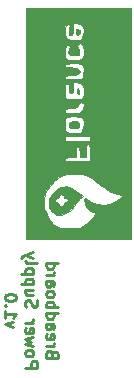
<source format=gbo>
G04 #@! TF.GenerationSoftware,KiCad,Pcbnew,(5.1.5-0-10_14)*
G04 #@! TF.CreationDate,2020-01-08T22:19:55-03:00*
G04 #@! TF.ProjectId,breaboard_power_supply,62726561-626f-4617-9264-5f706f776572,1*
G04 #@! TF.SameCoordinates,Original*
G04 #@! TF.FileFunction,Legend,Bot*
G04 #@! TF.FilePolarity,Positive*
%FSLAX46Y46*%
G04 Gerber Fmt 4.6, Leading zero omitted, Abs format (unit mm)*
G04 Created by KiCad (PCBNEW (5.1.5-0-10_14)) date 2020-01-08 22:19:55*
%MOMM*%
%LPD*%
G04 APERTURE LIST*
%ADD10C,0.250000*%
%ADD11C,0.010000*%
G04 APERTURE END LIST*
D10*
X107612428Y-138818476D02*
X107564809Y-138675619D01*
X107517190Y-138628000D01*
X107421952Y-138580380D01*
X107279095Y-138580380D01*
X107183857Y-138628000D01*
X107136238Y-138675619D01*
X107088619Y-138770857D01*
X107088619Y-139151809D01*
X108088619Y-139151809D01*
X108088619Y-138818476D01*
X108041000Y-138723238D01*
X107993380Y-138675619D01*
X107898142Y-138628000D01*
X107802904Y-138628000D01*
X107707666Y-138675619D01*
X107660047Y-138723238D01*
X107612428Y-138818476D01*
X107612428Y-139151809D01*
X107088619Y-138151809D02*
X107755285Y-138151809D01*
X107564809Y-138151809D02*
X107660047Y-138104190D01*
X107707666Y-138056571D01*
X107755285Y-137961333D01*
X107755285Y-137866095D01*
X107136238Y-137151809D02*
X107088619Y-137247047D01*
X107088619Y-137437523D01*
X107136238Y-137532761D01*
X107231476Y-137580380D01*
X107612428Y-137580380D01*
X107707666Y-137532761D01*
X107755285Y-137437523D01*
X107755285Y-137247047D01*
X107707666Y-137151809D01*
X107612428Y-137104190D01*
X107517190Y-137104190D01*
X107421952Y-137580380D01*
X107088619Y-136247047D02*
X107612428Y-136247047D01*
X107707666Y-136294666D01*
X107755285Y-136389904D01*
X107755285Y-136580380D01*
X107707666Y-136675619D01*
X107136238Y-136247047D02*
X107088619Y-136342285D01*
X107088619Y-136580380D01*
X107136238Y-136675619D01*
X107231476Y-136723238D01*
X107326714Y-136723238D01*
X107421952Y-136675619D01*
X107469571Y-136580380D01*
X107469571Y-136342285D01*
X107517190Y-136247047D01*
X107088619Y-135342285D02*
X108088619Y-135342285D01*
X107136238Y-135342285D02*
X107088619Y-135437523D01*
X107088619Y-135628000D01*
X107136238Y-135723238D01*
X107183857Y-135770857D01*
X107279095Y-135818476D01*
X107564809Y-135818476D01*
X107660047Y-135770857D01*
X107707666Y-135723238D01*
X107755285Y-135628000D01*
X107755285Y-135437523D01*
X107707666Y-135342285D01*
X107088619Y-134866095D02*
X108088619Y-134866095D01*
X107707666Y-134866095D02*
X107755285Y-134770857D01*
X107755285Y-134580380D01*
X107707666Y-134485142D01*
X107660047Y-134437523D01*
X107564809Y-134389904D01*
X107279095Y-134389904D01*
X107183857Y-134437523D01*
X107136238Y-134485142D01*
X107088619Y-134580380D01*
X107088619Y-134770857D01*
X107136238Y-134866095D01*
X107088619Y-133818476D02*
X107136238Y-133913714D01*
X107183857Y-133961333D01*
X107279095Y-134008952D01*
X107564809Y-134008952D01*
X107660047Y-133961333D01*
X107707666Y-133913714D01*
X107755285Y-133818476D01*
X107755285Y-133675619D01*
X107707666Y-133580380D01*
X107660047Y-133532761D01*
X107564809Y-133485142D01*
X107279095Y-133485142D01*
X107183857Y-133532761D01*
X107136238Y-133580380D01*
X107088619Y-133675619D01*
X107088619Y-133818476D01*
X107088619Y-132628000D02*
X107612428Y-132628000D01*
X107707666Y-132675619D01*
X107755285Y-132770857D01*
X107755285Y-132961333D01*
X107707666Y-133056571D01*
X107136238Y-132628000D02*
X107088619Y-132723238D01*
X107088619Y-132961333D01*
X107136238Y-133056571D01*
X107231476Y-133104190D01*
X107326714Y-133104190D01*
X107421952Y-133056571D01*
X107469571Y-132961333D01*
X107469571Y-132723238D01*
X107517190Y-132628000D01*
X107088619Y-132151809D02*
X107755285Y-132151809D01*
X107564809Y-132151809D02*
X107660047Y-132104190D01*
X107707666Y-132056571D01*
X107755285Y-131961333D01*
X107755285Y-131866095D01*
X107088619Y-131104190D02*
X108088619Y-131104190D01*
X107136238Y-131104190D02*
X107088619Y-131199428D01*
X107088619Y-131389904D01*
X107136238Y-131485142D01*
X107183857Y-131532761D01*
X107279095Y-131580380D01*
X107564809Y-131580380D01*
X107660047Y-131532761D01*
X107707666Y-131485142D01*
X107755285Y-131389904D01*
X107755285Y-131199428D01*
X107707666Y-131104190D01*
X105338619Y-139961333D02*
X106338619Y-139961333D01*
X106338619Y-139580380D01*
X106291000Y-139485142D01*
X106243380Y-139437523D01*
X106148142Y-139389904D01*
X106005285Y-139389904D01*
X105910047Y-139437523D01*
X105862428Y-139485142D01*
X105814809Y-139580380D01*
X105814809Y-139961333D01*
X105338619Y-138818476D02*
X105386238Y-138913714D01*
X105433857Y-138961333D01*
X105529095Y-139008952D01*
X105814809Y-139008952D01*
X105910047Y-138961333D01*
X105957666Y-138913714D01*
X106005285Y-138818476D01*
X106005285Y-138675619D01*
X105957666Y-138580380D01*
X105910047Y-138532761D01*
X105814809Y-138485142D01*
X105529095Y-138485142D01*
X105433857Y-138532761D01*
X105386238Y-138580380D01*
X105338619Y-138675619D01*
X105338619Y-138818476D01*
X106005285Y-138151809D02*
X105338619Y-137961333D01*
X105814809Y-137770857D01*
X105338619Y-137580380D01*
X106005285Y-137389904D01*
X105386238Y-136628000D02*
X105338619Y-136723238D01*
X105338619Y-136913714D01*
X105386238Y-137008952D01*
X105481476Y-137056571D01*
X105862428Y-137056571D01*
X105957666Y-137008952D01*
X106005285Y-136913714D01*
X106005285Y-136723238D01*
X105957666Y-136628000D01*
X105862428Y-136580380D01*
X105767190Y-136580380D01*
X105671952Y-137056571D01*
X105338619Y-136151809D02*
X106005285Y-136151809D01*
X105814809Y-136151809D02*
X105910047Y-136104190D01*
X105957666Y-136056571D01*
X106005285Y-135961333D01*
X106005285Y-135866095D01*
X105386238Y-134818476D02*
X105338619Y-134675619D01*
X105338619Y-134437523D01*
X105386238Y-134342285D01*
X105433857Y-134294666D01*
X105529095Y-134247047D01*
X105624333Y-134247047D01*
X105719571Y-134294666D01*
X105767190Y-134342285D01*
X105814809Y-134437523D01*
X105862428Y-134628000D01*
X105910047Y-134723238D01*
X105957666Y-134770857D01*
X106052904Y-134818476D01*
X106148142Y-134818476D01*
X106243380Y-134770857D01*
X106291000Y-134723238D01*
X106338619Y-134628000D01*
X106338619Y-134389904D01*
X106291000Y-134247047D01*
X106005285Y-133389904D02*
X105338619Y-133389904D01*
X106005285Y-133818476D02*
X105481476Y-133818476D01*
X105386238Y-133770857D01*
X105338619Y-133675619D01*
X105338619Y-133532761D01*
X105386238Y-133437523D01*
X105433857Y-133389904D01*
X106005285Y-132913714D02*
X105005285Y-132913714D01*
X105957666Y-132913714D02*
X106005285Y-132818476D01*
X106005285Y-132628000D01*
X105957666Y-132532761D01*
X105910047Y-132485142D01*
X105814809Y-132437523D01*
X105529095Y-132437523D01*
X105433857Y-132485142D01*
X105386238Y-132532761D01*
X105338619Y-132628000D01*
X105338619Y-132818476D01*
X105386238Y-132913714D01*
X106005285Y-132008952D02*
X105005285Y-132008952D01*
X105957666Y-132008952D02*
X106005285Y-131913714D01*
X106005285Y-131723238D01*
X105957666Y-131628000D01*
X105910047Y-131580380D01*
X105814809Y-131532761D01*
X105529095Y-131532761D01*
X105433857Y-131580380D01*
X105386238Y-131628000D01*
X105338619Y-131723238D01*
X105338619Y-131913714D01*
X105386238Y-132008952D01*
X105338619Y-130961333D02*
X105386238Y-131056571D01*
X105481476Y-131104190D01*
X106338619Y-131104190D01*
X106005285Y-130675619D02*
X105338619Y-130437523D01*
X106005285Y-130199428D02*
X105338619Y-130437523D01*
X105100523Y-130532761D01*
X105052904Y-130580380D01*
X105005285Y-130675619D01*
X104255285Y-136556571D02*
X103588619Y-136318476D01*
X104255285Y-136080380D01*
X103588619Y-135175619D02*
X103588619Y-135747047D01*
X103588619Y-135461333D02*
X104588619Y-135461333D01*
X104445761Y-135556571D01*
X104350523Y-135651809D01*
X104302904Y-135747047D01*
X103683857Y-134747047D02*
X103636238Y-134699428D01*
X103588619Y-134747047D01*
X103636238Y-134794666D01*
X103683857Y-134747047D01*
X103588619Y-134747047D01*
X104588619Y-134080380D02*
X104588619Y-133985142D01*
X104541000Y-133889904D01*
X104493380Y-133842285D01*
X104398142Y-133794666D01*
X104207666Y-133747047D01*
X103969571Y-133747047D01*
X103779095Y-133794666D01*
X103683857Y-133842285D01*
X103636238Y-133889904D01*
X103588619Y-133985142D01*
X103588619Y-134080380D01*
X103636238Y-134175619D01*
X103683857Y-134223238D01*
X103779095Y-134270857D01*
X103969571Y-134318476D01*
X104207666Y-134318476D01*
X104398142Y-134270857D01*
X104493380Y-134223238D01*
X104541000Y-134175619D01*
X104588619Y-134080380D01*
D11*
G36*
X109947625Y-111408904D02*
G01*
X109891205Y-111364049D01*
X109720238Y-111265894D01*
X109631328Y-111302125D01*
X109601786Y-111487151D01*
X109601000Y-111548333D01*
X109628795Y-111761889D01*
X109704132Y-111844556D01*
X109707634Y-111844666D01*
X109829337Y-111779674D01*
X109929355Y-111660383D01*
X109998509Y-111510185D01*
X109947625Y-111408904D01*
G37*
X109947625Y-111408904D02*
X109891205Y-111364049D01*
X109720238Y-111265894D01*
X109631328Y-111302125D01*
X109601786Y-111487151D01*
X109601000Y-111548333D01*
X109628795Y-111761889D01*
X109704132Y-111844556D01*
X109707634Y-111844666D01*
X109829337Y-111779674D01*
X109929355Y-111660383D01*
X109998509Y-111510185D01*
X109947625Y-111408904D01*
G36*
X109909049Y-116459000D02*
G01*
X109819476Y-116346812D01*
X109772990Y-116332000D01*
X109707467Y-116400561D01*
X109687820Y-116554294D01*
X109714394Y-116715274D01*
X109770931Y-116798036D01*
X109861784Y-116784660D01*
X109920709Y-116665113D01*
X109922021Y-116502441D01*
X109909049Y-116459000D01*
G37*
X109909049Y-116459000D02*
X109819476Y-116346812D01*
X109772990Y-116332000D01*
X109707467Y-116400561D01*
X109687820Y-116554294D01*
X109714394Y-116715274D01*
X109770931Y-116798036D01*
X109861784Y-116784660D01*
X109920709Y-116665113D01*
X109922021Y-116502441D01*
X109909049Y-116459000D01*
G36*
X109920264Y-119221823D02*
G01*
X109832678Y-119133497D01*
X109711396Y-119101432D01*
X109354742Y-119069272D01*
X109131750Y-119139076D01*
X109039161Y-119313182D01*
X109065514Y-119564363D01*
X109130695Y-119653958D01*
X109290164Y-119691010D01*
X109500193Y-119691363D01*
X109742032Y-119674389D01*
X109862663Y-119626373D01*
X109910208Y-119515511D01*
X109923063Y-119411909D01*
X109920264Y-119221823D01*
G37*
X109920264Y-119221823D02*
X109832678Y-119133497D01*
X109711396Y-119101432D01*
X109354742Y-119069272D01*
X109131750Y-119139076D01*
X109039161Y-119313182D01*
X109065514Y-119564363D01*
X109130695Y-119653958D01*
X109290164Y-119691010D01*
X109500193Y-119691363D01*
X109742032Y-119674389D01*
X109862663Y-119626373D01*
X109910208Y-119515511D01*
X109923063Y-119411909D01*
X109920264Y-119221823D01*
G36*
X109638970Y-125027487D02*
G01*
X109347786Y-124824094D01*
X109137235Y-124704532D01*
X108954325Y-124648619D01*
X108746069Y-124636170D01*
X108621006Y-124639727D01*
X108343469Y-124669522D01*
X108123354Y-124751005D01*
X107923547Y-124910996D01*
X107706936Y-125176313D01*
X107535291Y-125424315D01*
X107380572Y-125720619D01*
X107332532Y-126023627D01*
X107374107Y-126381247D01*
X107455383Y-126554680D01*
X107615361Y-126765022D01*
X107680077Y-126833112D01*
X107870742Y-126999821D01*
X108038789Y-127064659D01*
X108269318Y-127056409D01*
X108320823Y-127049811D01*
X108373333Y-127034844D01*
X108373333Y-126322666D01*
X108207352Y-126282980D01*
X108161666Y-126153333D01*
X108101798Y-126011829D01*
X107992333Y-125984000D01*
X107850829Y-125924131D01*
X107823000Y-125814666D01*
X107882868Y-125673162D01*
X107992333Y-125645333D01*
X108133837Y-125585465D01*
X108161666Y-125476000D01*
X108211275Y-125343215D01*
X108373333Y-125306666D01*
X108539314Y-125346353D01*
X108585000Y-125476000D01*
X108644868Y-125617504D01*
X108754333Y-125645333D01*
X108895837Y-125705202D01*
X108923666Y-125814666D01*
X108863798Y-125956171D01*
X108754333Y-125984000D01*
X108612829Y-126043868D01*
X108585000Y-126153333D01*
X108535391Y-126286118D01*
X108373333Y-126322666D01*
X108373333Y-127034844D01*
X108802417Y-126912537D01*
X109181273Y-126641310D01*
X109424934Y-126305683D01*
X109614540Y-126019833D01*
X109845053Y-125751487D01*
X109912544Y-125687666D01*
X110201671Y-125433666D01*
X109638970Y-125027487D01*
G37*
X109638970Y-125027487D02*
X109347786Y-124824094D01*
X109137235Y-124704532D01*
X108954325Y-124648619D01*
X108746069Y-124636170D01*
X108621006Y-124639727D01*
X108343469Y-124669522D01*
X108123354Y-124751005D01*
X107923547Y-124910996D01*
X107706936Y-125176313D01*
X107535291Y-125424315D01*
X107380572Y-125720619D01*
X107332532Y-126023627D01*
X107374107Y-126381247D01*
X107455383Y-126554680D01*
X107615361Y-126765022D01*
X107680077Y-126833112D01*
X107870742Y-126999821D01*
X108038789Y-127064659D01*
X108269318Y-127056409D01*
X108320823Y-127049811D01*
X108373333Y-127034844D01*
X108373333Y-126322666D01*
X108207352Y-126282980D01*
X108161666Y-126153333D01*
X108101798Y-126011829D01*
X107992333Y-125984000D01*
X107850829Y-125924131D01*
X107823000Y-125814666D01*
X107882868Y-125673162D01*
X107992333Y-125645333D01*
X108133837Y-125585465D01*
X108161666Y-125476000D01*
X108211275Y-125343215D01*
X108373333Y-125306666D01*
X108539314Y-125346353D01*
X108585000Y-125476000D01*
X108644868Y-125617504D01*
X108754333Y-125645333D01*
X108895837Y-125705202D01*
X108923666Y-125814666D01*
X108863798Y-125956171D01*
X108754333Y-125984000D01*
X108612829Y-126043868D01*
X108585000Y-126153333D01*
X108535391Y-126286118D01*
X108373333Y-126322666D01*
X108373333Y-127034844D01*
X108802417Y-126912537D01*
X109181273Y-126641310D01*
X109424934Y-126305683D01*
X109614540Y-126019833D01*
X109845053Y-125751487D01*
X109912544Y-125687666D01*
X110201671Y-125433666D01*
X109638970Y-125027487D01*
G36*
X105367666Y-109558666D02*
G01*
X105367666Y-129116666D01*
X109082820Y-129116666D01*
X109082820Y-128156230D01*
X108710867Y-128155000D01*
X108410861Y-128141500D01*
X108217139Y-128118096D01*
X108161666Y-128092730D01*
X108092973Y-128024620D01*
X108034666Y-128016000D01*
X107892264Y-127953949D01*
X107697271Y-127797957D01*
X107493542Y-127593265D01*
X107324935Y-127385114D01*
X107235305Y-127218744D01*
X107230333Y-127186267D01*
X107189164Y-127011866D01*
X107150232Y-126953433D01*
X107074360Y-126826732D01*
X106983128Y-126609121D01*
X106956866Y-126534333D01*
X106888207Y-126088285D01*
X106946268Y-125575717D01*
X107126462Y-125037025D01*
X107127136Y-125035511D01*
X107384983Y-124613906D01*
X107760000Y-124204022D01*
X108204290Y-123855339D01*
X108362008Y-123759862D01*
X108571813Y-123652018D01*
X108762184Y-123587374D01*
X108985461Y-123556919D01*
X109293989Y-123551645D01*
X109541732Y-123556818D01*
X109927659Y-123572408D01*
X110200088Y-123603342D01*
X110414846Y-123663102D01*
X110627757Y-123765173D01*
X110786333Y-123857428D01*
X110786333Y-122512666D01*
X109728000Y-122512666D01*
X109288790Y-122511124D01*
X108991397Y-122503563D01*
X108808315Y-122485582D01*
X108712035Y-122452780D01*
X108675049Y-122400756D01*
X108669666Y-122343333D01*
X108689879Y-122245476D01*
X108777268Y-122194498D01*
X108971964Y-122175806D01*
X109135333Y-122174000D01*
X109601000Y-122174000D01*
X109601000Y-121750666D01*
X109609915Y-121496749D01*
X109647756Y-121370111D01*
X109731167Y-121329145D01*
X109770333Y-121327333D01*
X109871900Y-121349621D01*
X109922555Y-121444224D01*
X109938942Y-121652750D01*
X109939666Y-121750666D01*
X109945216Y-122001269D01*
X109979336Y-122126236D01*
X110068235Y-122169246D01*
X110193666Y-122174000D01*
X110447666Y-122174000D01*
X110447666Y-121623666D01*
X110452944Y-121325835D01*
X110476452Y-121159787D01*
X110529704Y-121088105D01*
X110617000Y-121073333D01*
X110699335Y-121086726D01*
X110749627Y-121148977D01*
X110775666Y-121293196D01*
X110785244Y-121552495D01*
X110786333Y-121793000D01*
X110786333Y-120819333D01*
X108669666Y-120819333D01*
X108669666Y-120396000D01*
X109530371Y-120396000D01*
X109530371Y-120142000D01*
X109136255Y-120118029D01*
X108880145Y-120030431D01*
X108735529Y-119855679D01*
X108675898Y-119570247D01*
X108669666Y-119378178D01*
X108680270Y-119080131D01*
X108720476Y-118905348D01*
X108802882Y-118808612D01*
X108833434Y-118790312D01*
X109007908Y-118741153D01*
X109279367Y-118709351D01*
X109288702Y-118709031D01*
X109288702Y-118448666D01*
X108970699Y-118445862D01*
X108785905Y-118429215D01*
X108698200Y-118386375D01*
X108671467Y-118304993D01*
X108669666Y-118237000D01*
X108685681Y-118105879D01*
X108764107Y-118044090D01*
X108950520Y-118026048D01*
X109046683Y-118025333D01*
X109413019Y-117991083D01*
X109487954Y-117965210D01*
X109487954Y-117263333D01*
X109138856Y-117249179D01*
X108884315Y-117210482D01*
X108771266Y-117161733D01*
X108716000Y-117023348D01*
X108681134Y-116778701D01*
X108669456Y-116489944D01*
X108683754Y-116219231D01*
X108721058Y-116042591D01*
X108817115Y-115911154D01*
X108919950Y-115923943D01*
X108993403Y-116061387D01*
X109008333Y-116198075D01*
X109038970Y-116537247D01*
X109131246Y-116719868D01*
X109229058Y-116755333D01*
X109301934Y-116703230D01*
X109338896Y-116529723D01*
X109347000Y-116289666D01*
X109347000Y-115824000D01*
X109372400Y-115824000D01*
X109372400Y-115570000D01*
X109027414Y-115566703D01*
X108818234Y-115551435D01*
X108711378Y-115516128D01*
X108673365Y-115452713D01*
X108669666Y-115400666D01*
X108689266Y-115303976D01*
X108774489Y-115252937D01*
X108964975Y-115233568D01*
X109149833Y-115231333D01*
X109524020Y-115202669D01*
X109756459Y-115114021D01*
X109784833Y-115091211D01*
X109925763Y-114903382D01*
X109908148Y-114748679D01*
X109740806Y-114634456D01*
X109432553Y-114568070D01*
X109140899Y-114554000D01*
X108869838Y-114546823D01*
X108727899Y-114515725D01*
X108675143Y-114446354D01*
X108669666Y-114384666D01*
X108683940Y-114299949D01*
X108749575Y-114249343D01*
X108900798Y-114224205D01*
X109171833Y-114215890D01*
X109340075Y-114215333D01*
X109572664Y-114217354D01*
X109572664Y-113950383D01*
X109260502Y-113944600D01*
X108979776Y-113902215D01*
X108786797Y-113825637D01*
X108746878Y-113786111D01*
X108707928Y-113640007D01*
X108688375Y-113387009D01*
X108690106Y-113157000D01*
X108709084Y-112871745D01*
X108745694Y-112714378D01*
X108816388Y-112643455D01*
X108902500Y-112621945D01*
X109054582Y-112646921D01*
X109088934Y-112785232D01*
X109006619Y-113041926D01*
X108995885Y-113065842D01*
X108950064Y-113296119D01*
X109054845Y-113451063D01*
X109167419Y-113485571D01*
X109167419Y-112253214D01*
X108897067Y-112174724D01*
X108739968Y-111997274D01*
X108674785Y-111704390D01*
X108669666Y-111552429D01*
X108701327Y-111184653D01*
X108795531Y-110969248D01*
X108802714Y-110961714D01*
X108956412Y-110839579D01*
X109046311Y-110854119D01*
X109078324Y-111014040D01*
X109058367Y-111328050D01*
X109057398Y-111336666D01*
X109030011Y-111617704D01*
X109034887Y-111770040D01*
X109080939Y-111832688D01*
X109173462Y-111844666D01*
X109270250Y-111827202D01*
X109322546Y-111748861D01*
X109343645Y-111570719D01*
X109347000Y-111336666D01*
X109347000Y-110828666D01*
X109657833Y-110828666D01*
X109977265Y-110879594D01*
X110176803Y-111041301D01*
X110268764Y-111327171D01*
X110278333Y-111502940D01*
X110248729Y-111848780D01*
X110140537Y-112067955D01*
X109924685Y-112191198D01*
X109572366Y-112249216D01*
X109167419Y-112253214D01*
X109167419Y-113485571D01*
X109308226Y-113528734D01*
X109482754Y-113538000D01*
X109720102Y-113525108D01*
X109841717Y-113469143D01*
X109900328Y-113344169D01*
X109903744Y-113330934D01*
X109891662Y-113072787D01*
X109827077Y-112940214D01*
X109741980Y-112736562D01*
X109780144Y-112583002D01*
X109930937Y-112522001D01*
X109931792Y-112522000D01*
X110114618Y-112574474D01*
X110225682Y-112744291D01*
X110274292Y-113050047D01*
X110278333Y-113214315D01*
X110268991Y-113502991D01*
X110228835Y-113676647D01*
X110139672Y-113789124D01*
X110066064Y-113842514D01*
X109859955Y-113917156D01*
X109572664Y-113950383D01*
X109572664Y-114217354D01*
X109748486Y-114218883D01*
X110016931Y-114242620D01*
X110174777Y-114306171D01*
X110251392Y-114429166D01*
X110276141Y-114631232D01*
X110278333Y-114842458D01*
X110262485Y-115144094D01*
X110220894Y-115374270D01*
X110176733Y-115468400D01*
X110033435Y-115523296D01*
X109749393Y-115558324D01*
X109372400Y-115570000D01*
X109372400Y-115824000D01*
X109657833Y-115824000D01*
X109973696Y-115872560D01*
X110171587Y-116028841D01*
X110265685Y-116308749D01*
X110278333Y-116520022D01*
X110263516Y-116868131D01*
X110198303Y-117087193D01*
X110051551Y-117206495D01*
X109792117Y-117255325D01*
X109487954Y-117263333D01*
X109487954Y-117965210D01*
X109685789Y-117896903D01*
X109835500Y-117755645D01*
X109855000Y-117673076D01*
X109912791Y-117548736D01*
X110066666Y-117517333D01*
X110210387Y-117539813D01*
X110268787Y-117640569D01*
X110278333Y-117810368D01*
X110234803Y-118095073D01*
X110091732Y-118287937D01*
X109830402Y-118401034D01*
X109432095Y-118446438D01*
X109288702Y-118448666D01*
X109288702Y-118709031D01*
X109474000Y-118702666D01*
X109850417Y-118718343D01*
X110089000Y-118780682D01*
X110219582Y-118912647D01*
X110271994Y-119137202D01*
X110278333Y-119321807D01*
X110250403Y-119705892D01*
X110151063Y-119953192D01*
X109956991Y-120089280D01*
X109644863Y-120139734D01*
X109530371Y-120142000D01*
X109530371Y-120396000D01*
X110786333Y-120396000D01*
X110786333Y-120819333D01*
X110786333Y-121793000D01*
X110786333Y-122512666D01*
X110786333Y-123857428D01*
X111071590Y-124038813D01*
X111327994Y-124218868D01*
X111463666Y-124327396D01*
X111678582Y-124497393D01*
X111940087Y-124675113D01*
X111992833Y-124707430D01*
X112186035Y-124834738D01*
X112298590Y-124931862D01*
X112310333Y-124954237D01*
X112385781Y-125034354D01*
X112581124Y-125128042D01*
X112849858Y-125217478D01*
X113145480Y-125284838D01*
X113192865Y-125292481D01*
X113406888Y-125340362D01*
X113490533Y-125410367D01*
X113438573Y-125517480D01*
X113245782Y-125676684D01*
X113001089Y-125842238D01*
X112491340Y-126078364D01*
X111941389Y-126167528D01*
X111388244Y-126112270D01*
X110868913Y-125915128D01*
X110519572Y-125671941D01*
X110381256Y-125615513D01*
X110295471Y-125675015D01*
X110318113Y-125810467D01*
X110320470Y-125814348D01*
X110379369Y-125963738D01*
X110405607Y-126070088D01*
X110515896Y-126341882D01*
X110711571Y-126593097D01*
X110941570Y-126765320D01*
X111045475Y-126802062D01*
X111287657Y-126850498D01*
X111127118Y-127165180D01*
X110946479Y-127412035D01*
X110663589Y-127677655D01*
X110485277Y-127811431D01*
X110003974Y-128143000D01*
X109082820Y-128156230D01*
X109082820Y-129116666D01*
X114257666Y-129116666D01*
X114257666Y-109558666D01*
X105367666Y-109558666D01*
G37*
X105367666Y-109558666D02*
X105367666Y-129116666D01*
X109082820Y-129116666D01*
X109082820Y-128156230D01*
X108710867Y-128155000D01*
X108410861Y-128141500D01*
X108217139Y-128118096D01*
X108161666Y-128092730D01*
X108092973Y-128024620D01*
X108034666Y-128016000D01*
X107892264Y-127953949D01*
X107697271Y-127797957D01*
X107493542Y-127593265D01*
X107324935Y-127385114D01*
X107235305Y-127218744D01*
X107230333Y-127186267D01*
X107189164Y-127011866D01*
X107150232Y-126953433D01*
X107074360Y-126826732D01*
X106983128Y-126609121D01*
X106956866Y-126534333D01*
X106888207Y-126088285D01*
X106946268Y-125575717D01*
X107126462Y-125037025D01*
X107127136Y-125035511D01*
X107384983Y-124613906D01*
X107760000Y-124204022D01*
X108204290Y-123855339D01*
X108362008Y-123759862D01*
X108571813Y-123652018D01*
X108762184Y-123587374D01*
X108985461Y-123556919D01*
X109293989Y-123551645D01*
X109541732Y-123556818D01*
X109927659Y-123572408D01*
X110200088Y-123603342D01*
X110414846Y-123663102D01*
X110627757Y-123765173D01*
X110786333Y-123857428D01*
X110786333Y-122512666D01*
X109728000Y-122512666D01*
X109288790Y-122511124D01*
X108991397Y-122503563D01*
X108808315Y-122485582D01*
X108712035Y-122452780D01*
X108675049Y-122400756D01*
X108669666Y-122343333D01*
X108689879Y-122245476D01*
X108777268Y-122194498D01*
X108971964Y-122175806D01*
X109135333Y-122174000D01*
X109601000Y-122174000D01*
X109601000Y-121750666D01*
X109609915Y-121496749D01*
X109647756Y-121370111D01*
X109731167Y-121329145D01*
X109770333Y-121327333D01*
X109871900Y-121349621D01*
X109922555Y-121444224D01*
X109938942Y-121652750D01*
X109939666Y-121750666D01*
X109945216Y-122001269D01*
X109979336Y-122126236D01*
X110068235Y-122169246D01*
X110193666Y-122174000D01*
X110447666Y-122174000D01*
X110447666Y-121623666D01*
X110452944Y-121325835D01*
X110476452Y-121159787D01*
X110529704Y-121088105D01*
X110617000Y-121073333D01*
X110699335Y-121086726D01*
X110749627Y-121148977D01*
X110775666Y-121293196D01*
X110785244Y-121552495D01*
X110786333Y-121793000D01*
X110786333Y-120819333D01*
X108669666Y-120819333D01*
X108669666Y-120396000D01*
X109530371Y-120396000D01*
X109530371Y-120142000D01*
X109136255Y-120118029D01*
X108880145Y-120030431D01*
X108735529Y-119855679D01*
X108675898Y-119570247D01*
X108669666Y-119378178D01*
X108680270Y-119080131D01*
X108720476Y-118905348D01*
X108802882Y-118808612D01*
X108833434Y-118790312D01*
X109007908Y-118741153D01*
X109279367Y-118709351D01*
X109288702Y-118709031D01*
X109288702Y-118448666D01*
X108970699Y-118445862D01*
X108785905Y-118429215D01*
X108698200Y-118386375D01*
X108671467Y-118304993D01*
X108669666Y-118237000D01*
X108685681Y-118105879D01*
X108764107Y-118044090D01*
X108950520Y-118026048D01*
X109046683Y-118025333D01*
X109413019Y-117991083D01*
X109487954Y-117965210D01*
X109487954Y-117263333D01*
X109138856Y-117249179D01*
X108884315Y-117210482D01*
X108771266Y-117161733D01*
X108716000Y-117023348D01*
X108681134Y-116778701D01*
X108669456Y-116489944D01*
X108683754Y-116219231D01*
X108721058Y-116042591D01*
X108817115Y-115911154D01*
X108919950Y-115923943D01*
X108993403Y-116061387D01*
X109008333Y-116198075D01*
X109038970Y-116537247D01*
X109131246Y-116719868D01*
X109229058Y-116755333D01*
X109301934Y-116703230D01*
X109338896Y-116529723D01*
X109347000Y-116289666D01*
X109347000Y-115824000D01*
X109372400Y-115824000D01*
X109372400Y-115570000D01*
X109027414Y-115566703D01*
X108818234Y-115551435D01*
X108711378Y-115516128D01*
X108673365Y-115452713D01*
X108669666Y-115400666D01*
X108689266Y-115303976D01*
X108774489Y-115252937D01*
X108964975Y-115233568D01*
X109149833Y-115231333D01*
X109524020Y-115202669D01*
X109756459Y-115114021D01*
X109784833Y-115091211D01*
X109925763Y-114903382D01*
X109908148Y-114748679D01*
X109740806Y-114634456D01*
X109432553Y-114568070D01*
X109140899Y-114554000D01*
X108869838Y-114546823D01*
X108727899Y-114515725D01*
X108675143Y-114446354D01*
X108669666Y-114384666D01*
X108683940Y-114299949D01*
X108749575Y-114249343D01*
X108900798Y-114224205D01*
X109171833Y-114215890D01*
X109340075Y-114215333D01*
X109572664Y-114217354D01*
X109572664Y-113950383D01*
X109260502Y-113944600D01*
X108979776Y-113902215D01*
X108786797Y-113825637D01*
X108746878Y-113786111D01*
X108707928Y-113640007D01*
X108688375Y-113387009D01*
X108690106Y-113157000D01*
X108709084Y-112871745D01*
X108745694Y-112714378D01*
X108816388Y-112643455D01*
X108902500Y-112621945D01*
X109054582Y-112646921D01*
X109088934Y-112785232D01*
X109006619Y-113041926D01*
X108995885Y-113065842D01*
X108950064Y-113296119D01*
X109054845Y-113451063D01*
X109167419Y-113485571D01*
X109167419Y-112253214D01*
X108897067Y-112174724D01*
X108739968Y-111997274D01*
X108674785Y-111704390D01*
X108669666Y-111552429D01*
X108701327Y-111184653D01*
X108795531Y-110969248D01*
X108802714Y-110961714D01*
X108956412Y-110839579D01*
X109046311Y-110854119D01*
X109078324Y-111014040D01*
X109058367Y-111328050D01*
X109057398Y-111336666D01*
X109030011Y-111617704D01*
X109034887Y-111770040D01*
X109080939Y-111832688D01*
X109173462Y-111844666D01*
X109270250Y-111827202D01*
X109322546Y-111748861D01*
X109343645Y-111570719D01*
X109347000Y-111336666D01*
X109347000Y-110828666D01*
X109657833Y-110828666D01*
X109977265Y-110879594D01*
X110176803Y-111041301D01*
X110268764Y-111327171D01*
X110278333Y-111502940D01*
X110248729Y-111848780D01*
X110140537Y-112067955D01*
X109924685Y-112191198D01*
X109572366Y-112249216D01*
X109167419Y-112253214D01*
X109167419Y-113485571D01*
X109308226Y-113528734D01*
X109482754Y-113538000D01*
X109720102Y-113525108D01*
X109841717Y-113469143D01*
X109900328Y-113344169D01*
X109903744Y-113330934D01*
X109891662Y-113072787D01*
X109827077Y-112940214D01*
X109741980Y-112736562D01*
X109780144Y-112583002D01*
X109930937Y-112522001D01*
X109931792Y-112522000D01*
X110114618Y-112574474D01*
X110225682Y-112744291D01*
X110274292Y-113050047D01*
X110278333Y-113214315D01*
X110268991Y-113502991D01*
X110228835Y-113676647D01*
X110139672Y-113789124D01*
X110066064Y-113842514D01*
X109859955Y-113917156D01*
X109572664Y-113950383D01*
X109572664Y-114217354D01*
X109748486Y-114218883D01*
X110016931Y-114242620D01*
X110174777Y-114306171D01*
X110251392Y-114429166D01*
X110276141Y-114631232D01*
X110278333Y-114842458D01*
X110262485Y-115144094D01*
X110220894Y-115374270D01*
X110176733Y-115468400D01*
X110033435Y-115523296D01*
X109749393Y-115558324D01*
X109372400Y-115570000D01*
X109372400Y-115824000D01*
X109657833Y-115824000D01*
X109973696Y-115872560D01*
X110171587Y-116028841D01*
X110265685Y-116308749D01*
X110278333Y-116520022D01*
X110263516Y-116868131D01*
X110198303Y-117087193D01*
X110051551Y-117206495D01*
X109792117Y-117255325D01*
X109487954Y-117263333D01*
X109487954Y-117965210D01*
X109685789Y-117896903D01*
X109835500Y-117755645D01*
X109855000Y-117673076D01*
X109912791Y-117548736D01*
X110066666Y-117517333D01*
X110210387Y-117539813D01*
X110268787Y-117640569D01*
X110278333Y-117810368D01*
X110234803Y-118095073D01*
X110091732Y-118287937D01*
X109830402Y-118401034D01*
X109432095Y-118446438D01*
X109288702Y-118448666D01*
X109288702Y-118709031D01*
X109474000Y-118702666D01*
X109850417Y-118718343D01*
X110089000Y-118780682D01*
X110219582Y-118912647D01*
X110271994Y-119137202D01*
X110278333Y-119321807D01*
X110250403Y-119705892D01*
X110151063Y-119953192D01*
X109956991Y-120089280D01*
X109644863Y-120139734D01*
X109530371Y-120142000D01*
X109530371Y-120396000D01*
X110786333Y-120396000D01*
X110786333Y-120819333D01*
X110786333Y-121793000D01*
X110786333Y-122512666D01*
X110786333Y-123857428D01*
X111071590Y-124038813D01*
X111327994Y-124218868D01*
X111463666Y-124327396D01*
X111678582Y-124497393D01*
X111940087Y-124675113D01*
X111992833Y-124707430D01*
X112186035Y-124834738D01*
X112298590Y-124931862D01*
X112310333Y-124954237D01*
X112385781Y-125034354D01*
X112581124Y-125128042D01*
X112849858Y-125217478D01*
X113145480Y-125284838D01*
X113192865Y-125292481D01*
X113406888Y-125340362D01*
X113490533Y-125410367D01*
X113438573Y-125517480D01*
X113245782Y-125676684D01*
X113001089Y-125842238D01*
X112491340Y-126078364D01*
X111941389Y-126167528D01*
X111388244Y-126112270D01*
X110868913Y-125915128D01*
X110519572Y-125671941D01*
X110381256Y-125615513D01*
X110295471Y-125675015D01*
X110318113Y-125810467D01*
X110320470Y-125814348D01*
X110379369Y-125963738D01*
X110405607Y-126070088D01*
X110515896Y-126341882D01*
X110711571Y-126593097D01*
X110941570Y-126765320D01*
X111045475Y-126802062D01*
X111287657Y-126850498D01*
X111127118Y-127165180D01*
X110946479Y-127412035D01*
X110663589Y-127677655D01*
X110485277Y-127811431D01*
X110003974Y-128143000D01*
X109082820Y-128156230D01*
X109082820Y-129116666D01*
X114257666Y-129116666D01*
X114257666Y-109558666D01*
X105367666Y-109558666D01*
M02*

</source>
